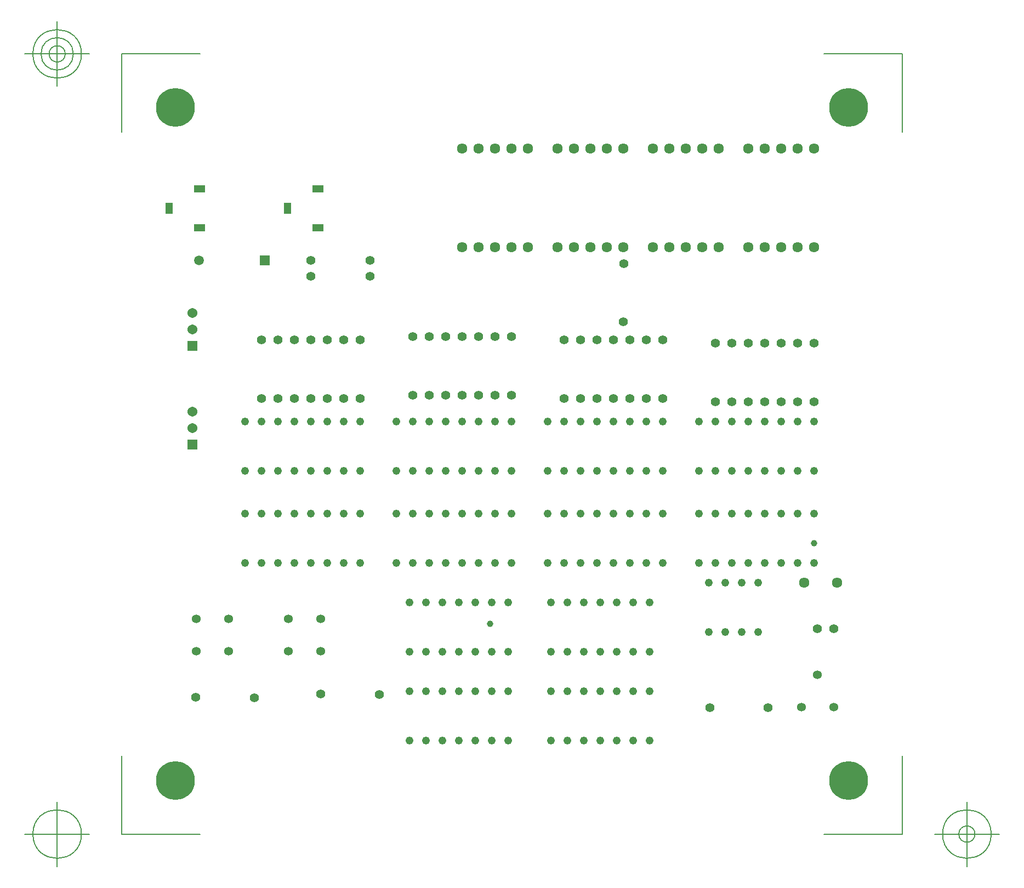
<source format=gbr>
G04 Generated by Ultiboard 14.3 *
%FSLAX34Y34*%
%MOMM*%

%ADD10C,0.0001*%
%ADD11C,0.0010*%
%ADD12C,0.1270*%
%ADD13C,6.00000*%
%ADD14C,1.2446*%
%ADD15C,1.3556*%
%ADD16C,1.0000*%
%ADD17C,1.4000*%
%ADD18C,1.6088*%
%ADD19C,5.0000*%
%ADD20C,1.5000*%
%ADD21R,1.5000X1.5000*%
%ADD22C,1.5366*%
%ADD23R,1.5366X1.5366*%


G04 ColorRGB 9900CC for the following layer *
%LNSolder Mask Bottom*%
%LPD*%
G54D10*
G54D11*
G36*
X74840Y972720D02*
X74840Y972720D01*
X64840Y972720D01*
X64840Y956720D01*
X74840Y956720D01*
X74840Y972720D01*
D02*
G37*
X64840Y972720D01*
X64840Y956720D01*
X74840Y956720D01*
X74840Y972720D01*
G36*
X108840Y999720D02*
X108840Y999720D01*
X108840Y989720D01*
X124840Y989720D01*
X124840Y999720D01*
X108840Y999720D01*
D02*
G37*
X108840Y989720D01*
X124840Y989720D01*
X124840Y999720D01*
X108840Y999720D01*
G36*
X108840Y939720D02*
X108840Y939720D01*
X108840Y929720D01*
X124840Y929720D01*
X124840Y939720D01*
X108840Y939720D01*
D02*
G37*
X108840Y929720D01*
X124840Y929720D01*
X124840Y939720D01*
X108840Y939720D01*
G36*
X257720Y972720D02*
X257720Y972720D01*
X247720Y972720D01*
X247720Y956720D01*
X257720Y956720D01*
X257720Y972720D01*
D02*
G37*
X247720Y972720D01*
X247720Y956720D01*
X257720Y956720D01*
X257720Y972720D01*
G36*
X291720Y999720D02*
X291720Y999720D01*
X291720Y989720D01*
X307720Y989720D01*
X307720Y999720D01*
X291720Y999720D01*
D02*
G37*
X291720Y989720D01*
X307720Y989720D01*
X307720Y999720D01*
X291720Y999720D01*
G36*
X291720Y939720D02*
X291720Y939720D01*
X291720Y929720D01*
X307720Y929720D01*
X307720Y939720D01*
X291720Y939720D01*
D02*
G37*
X291720Y929720D01*
X307720Y929720D01*
X307720Y939720D01*
X291720Y939720D01*
G54D12*
X-2540Y-2540D02*
X-2540Y117968D01*
X-2540Y-2540D02*
X117968Y-2540D01*
X1202540Y-2540D02*
X1082032Y-2540D01*
X1202540Y-2540D02*
X1202540Y117968D01*
X1202540Y1202540D02*
X1202540Y1082032D01*
X1202540Y1202540D02*
X1082032Y1202540D01*
X-2540Y1202540D02*
X117968Y1202540D01*
X-2540Y1202540D02*
X-2540Y1082032D01*
X-52540Y-2540D02*
X-152540Y-2540D01*
X-102540Y-52540D02*
X-102540Y47460D01*
X-140040Y-2540D02*
G75*
D01*
G02X-140040Y-2540I37500J0*
G01*
X1252540Y-2540D02*
X1352540Y-2540D01*
X1302540Y-52540D02*
X1302540Y47460D01*
X1265040Y-2540D02*
G75*
D01*
G02X1265040Y-2540I37500J0*
G01*
X1290040Y-2540D02*
G75*
D01*
G02X1290040Y-2540I12500J0*
G01*
X-52540Y1202540D02*
X-152540Y1202540D01*
X-102540Y1152540D02*
X-102540Y1252540D01*
X-140040Y1202540D02*
G75*
D01*
G02X-140040Y1202540I37500J0*
G01*
X-127540Y1202540D02*
G75*
D01*
G02X-127540Y1202540I25000J0*
G01*
X-115040Y1202540D02*
G75*
D01*
G02X-115040Y1202540I12500J0*
G01*
G54D13*
X1119500Y80500D03*
X80500Y80500D03*
X80500Y1119500D03*
X1119500Y1119500D03*
G54D14*
X441960Y218440D03*
X518160Y142240D03*
X467360Y142240D03*
X492760Y142240D03*
X543560Y142240D03*
X568960Y142240D03*
X594360Y142240D03*
X594360Y218440D03*
X518160Y218440D03*
X467360Y218440D03*
X492760Y218440D03*
X543560Y218440D03*
X568960Y218440D03*
X441960Y142240D03*
X660400Y218440D03*
X736600Y142240D03*
X685800Y142240D03*
X711200Y142240D03*
X762000Y142240D03*
X787400Y142240D03*
X812800Y142240D03*
X812800Y218440D03*
X736600Y218440D03*
X685800Y218440D03*
X711200Y218440D03*
X762000Y218440D03*
X787400Y218440D03*
X660400Y142240D03*
X441960Y355600D03*
X518160Y279400D03*
X467360Y279400D03*
X492760Y279400D03*
X543560Y279400D03*
X568960Y279400D03*
X594360Y279400D03*
X594360Y355600D03*
X518160Y355600D03*
X467360Y355600D03*
X492760Y355600D03*
X543560Y355600D03*
X568960Y355600D03*
X441960Y279400D03*
X660400Y355600D03*
X736600Y279400D03*
X685800Y279400D03*
X711200Y279400D03*
X762000Y279400D03*
X787400Y279400D03*
X812800Y279400D03*
X812800Y355600D03*
X736600Y355600D03*
X685800Y355600D03*
X711200Y355600D03*
X762000Y355600D03*
X787400Y355600D03*
X660400Y279400D03*
X904240Y386080D03*
X929640Y309880D03*
X980440Y309880D03*
X955040Y309880D03*
X980440Y386080D03*
X929640Y386080D03*
X955040Y386080D03*
X904240Y309880D03*
X187960Y635000D03*
X238760Y558800D03*
X213360Y558800D03*
X264160Y558800D03*
X314960Y558800D03*
X289560Y558800D03*
X340360Y558800D03*
X365760Y558800D03*
X340360Y635000D03*
X264160Y635000D03*
X238760Y635000D03*
X213360Y635000D03*
X314960Y635000D03*
X289560Y635000D03*
X365760Y635000D03*
X187960Y558800D03*
X421640Y635000D03*
X472440Y558800D03*
X447040Y558800D03*
X497840Y558800D03*
X548640Y558800D03*
X523240Y558800D03*
X574040Y558800D03*
X599440Y558800D03*
X574040Y635000D03*
X497840Y635000D03*
X472440Y635000D03*
X447040Y635000D03*
X548640Y635000D03*
X523240Y635000D03*
X599440Y635000D03*
X421640Y558800D03*
X655320Y635000D03*
X706120Y558800D03*
X680720Y558800D03*
X731520Y558800D03*
X782320Y558800D03*
X756920Y558800D03*
X807720Y558800D03*
X833120Y558800D03*
X807720Y635000D03*
X731520Y635000D03*
X706120Y635000D03*
X680720Y635000D03*
X782320Y635000D03*
X756920Y635000D03*
X833120Y635000D03*
X655320Y558800D03*
X889000Y635000D03*
X939800Y558800D03*
X914400Y558800D03*
X965200Y558800D03*
X1016000Y558800D03*
X990600Y558800D03*
X1041400Y558800D03*
X1066800Y558800D03*
X1041400Y635000D03*
X965200Y635000D03*
X939800Y635000D03*
X914400Y635000D03*
X1016000Y635000D03*
X990600Y635000D03*
X1066800Y635000D03*
X889000Y558800D03*
X365760Y416560D03*
X314960Y492760D03*
X340360Y492760D03*
X289560Y492760D03*
X238760Y492760D03*
X264160Y492760D03*
X213360Y492760D03*
X187960Y492760D03*
X213360Y416560D03*
X289560Y416560D03*
X314960Y416560D03*
X340360Y416560D03*
X238760Y416560D03*
X264160Y416560D03*
X187960Y416560D03*
X365760Y492760D03*
X599440Y416560D03*
X548640Y492760D03*
X574040Y492760D03*
X523240Y492760D03*
X472440Y492760D03*
X497840Y492760D03*
X447040Y492760D03*
X421640Y492760D03*
X447040Y416560D03*
X523240Y416560D03*
X548640Y416560D03*
X574040Y416560D03*
X472440Y416560D03*
X497840Y416560D03*
X421640Y416560D03*
X599440Y492760D03*
X833120Y416560D03*
X782320Y492760D03*
X807720Y492760D03*
X756920Y492760D03*
X706120Y492760D03*
X731520Y492760D03*
X680720Y492760D03*
X655320Y492760D03*
X680720Y416560D03*
X756920Y416560D03*
X782320Y416560D03*
X807720Y416560D03*
X706120Y416560D03*
X731520Y416560D03*
X655320Y416560D03*
X833120Y492760D03*
X1066800Y416560D03*
X1016000Y492760D03*
X1041400Y492760D03*
X990600Y492760D03*
X939800Y492760D03*
X965200Y492760D03*
X914400Y492760D03*
X889000Y492760D03*
X914400Y416560D03*
X990600Y416560D03*
X1016000Y416560D03*
X1041400Y416560D03*
X939800Y416560D03*
X965200Y416560D03*
X889000Y416560D03*
X1066800Y492760D03*
G54D15*
X1046880Y193440D03*
X1096880Y193440D03*
X1071880Y243440D03*
X112160Y329800D03*
X162160Y329800D03*
X112160Y279800D03*
X162160Y279800D03*
X304400Y329800D03*
X254400Y329800D03*
X254400Y279800D03*
X304400Y279800D03*
G54D16*
X566420Y322580D03*
X1066800Y447040D03*
G54D17*
X914400Y755480D03*
X914300Y665480D03*
X939800Y755480D03*
X939700Y665480D03*
X965200Y755480D03*
X965100Y665480D03*
X990600Y755480D03*
X990500Y665480D03*
X1016000Y755480D03*
X1015900Y665480D03*
X1041400Y755480D03*
X1041300Y665480D03*
X1066800Y755480D03*
X1066700Y665480D03*
X213360Y760560D03*
X213260Y670560D03*
X238760Y760560D03*
X238660Y670560D03*
X264160Y760560D03*
X264060Y670560D03*
X289560Y760560D03*
X289460Y670560D03*
X314960Y760560D03*
X314860Y670560D03*
X340360Y760560D03*
X340260Y670560D03*
X365760Y760560D03*
X365660Y670560D03*
X447040Y765640D03*
X446940Y675640D03*
X472440Y765640D03*
X472340Y675640D03*
X497840Y765640D03*
X497740Y675640D03*
X523240Y765640D03*
X523140Y675640D03*
X548640Y765640D03*
X548540Y675640D03*
X574040Y765640D03*
X573940Y675640D03*
X599440Y765640D03*
X599340Y675640D03*
X680720Y760560D03*
X680620Y670560D03*
X706120Y760560D03*
X706020Y670560D03*
X731520Y760560D03*
X731420Y670560D03*
X756920Y760560D03*
X756820Y670560D03*
X782320Y760560D03*
X782220Y670560D03*
X807720Y760560D03*
X807620Y670560D03*
X833120Y760560D03*
X833020Y670560D03*
X772160Y788840D03*
X772260Y878840D03*
X289560Y858920D03*
X289560Y883920D03*
X381000Y858920D03*
X381000Y883920D03*
X1096880Y314960D03*
X1071880Y314960D03*
X394800Y213360D03*
X304800Y213460D03*
X905680Y193040D03*
X995680Y192940D03*
X201760Y208280D03*
X111760Y208380D03*
G54D18*
X721360Y904240D03*
X670560Y904240D03*
X695960Y904240D03*
X746760Y904240D03*
X772160Y904240D03*
X721360Y1056640D03*
X670560Y1056640D03*
X695960Y1056640D03*
X746760Y1056640D03*
X772160Y1056640D03*
X868680Y904240D03*
X817880Y904240D03*
X843280Y904240D03*
X894080Y904240D03*
X919480Y904240D03*
X868680Y1056640D03*
X817880Y1056640D03*
X843280Y1056640D03*
X894080Y1056640D03*
X919480Y1056640D03*
X1016000Y904240D03*
X965200Y904240D03*
X990600Y904240D03*
X1041400Y904240D03*
X1066800Y904240D03*
X1016000Y1056640D03*
X965200Y1056640D03*
X990600Y1056640D03*
X1041400Y1056640D03*
X1066800Y1056640D03*
X1051560Y386080D03*
X1102360Y386080D03*
X574040Y904240D03*
X523240Y904240D03*
X548640Y904240D03*
X599440Y904240D03*
X624840Y904240D03*
X574040Y1056640D03*
X523240Y1056640D03*
X548640Y1056640D03*
X599440Y1056640D03*
X624840Y1056640D03*
G54D19*
X80500Y80500D03*
X1119500Y80500D03*
X1119500Y1119500D03*
X80500Y1119500D03*
G54D20*
X116840Y883920D03*
G54D21*
X218440Y883920D03*
G54D22*
X106680Y802640D03*
X106680Y777240D03*
X106680Y624840D03*
X106680Y650240D03*
G54D23*
X106680Y751840D03*
X106680Y599440D03*

M02*

</source>
